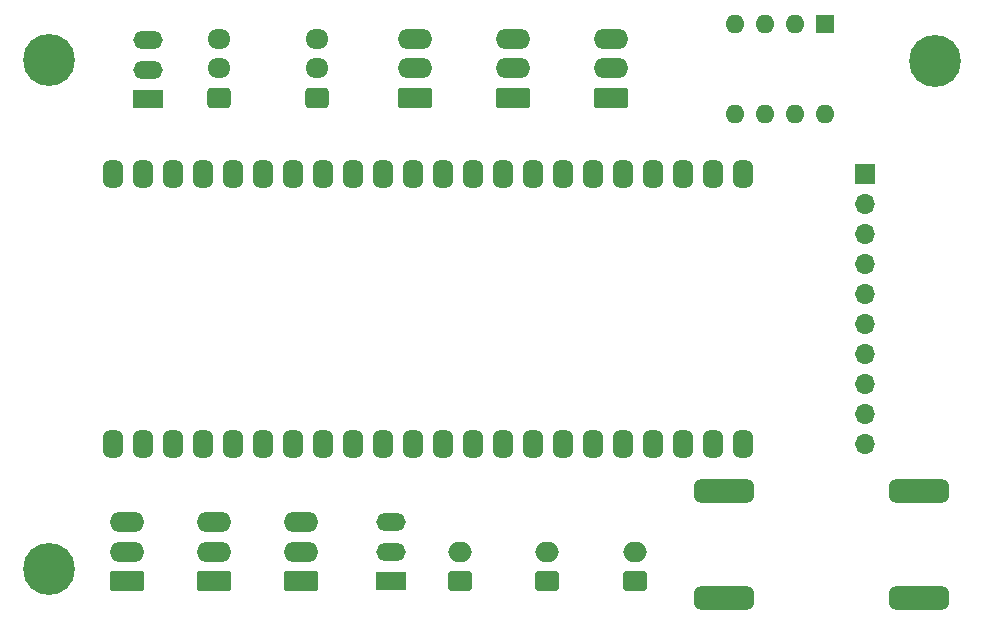
<source format=gbr>
%TF.GenerationSoftware,KiCad,Pcbnew,8.0.2*%
%TF.CreationDate,2024-06-06T18:17:57-04:00*%
%TF.ProjectId,MBARETECHmini,4d424152-4554-4454-9348-6d696e692e6b,rev?*%
%TF.SameCoordinates,Original*%
%TF.FileFunction,Soldermask,Top*%
%TF.FilePolarity,Negative*%
%FSLAX46Y46*%
G04 Gerber Fmt 4.6, Leading zero omitted, Abs format (unit mm)*
G04 Created by KiCad (PCBNEW 8.0.2) date 2024-06-06 18:17:57*
%MOMM*%
%LPD*%
G01*
G04 APERTURE LIST*
G04 Aperture macros list*
%AMRoundRect*
0 Rectangle with rounded corners*
0 $1 Rounding radius*
0 $2 $3 $4 $5 $6 $7 $8 $9 X,Y pos of 4 corners*
0 Add a 4 corners polygon primitive as box body*
4,1,4,$2,$3,$4,$5,$6,$7,$8,$9,$2,$3,0*
0 Add four circle primitives for the rounded corners*
1,1,$1+$1,$2,$3*
1,1,$1+$1,$4,$5*
1,1,$1+$1,$6,$7*
1,1,$1+$1,$8,$9*
0 Add four rect primitives between the rounded corners*
20,1,$1+$1,$2,$3,$4,$5,0*
20,1,$1+$1,$4,$5,$6,$7,0*
20,1,$1+$1,$6,$7,$8,$9,0*
20,1,$1+$1,$8,$9,$2,$3,0*%
G04 Aperture macros list end*
%ADD10RoundRect,0.566667X-0.300333X0.585333X-0.300333X-0.585333X0.300333X-0.585333X0.300333X0.585333X0*%
%ADD11O,2.000000X1.700000*%
%ADD12RoundRect,0.250000X0.750000X-0.600000X0.750000X0.600000X-0.750000X0.600000X-0.750000X-0.600000X0*%
%ADD13O,1.950000X1.700000*%
%ADD14RoundRect,0.250000X0.725000X-0.600000X0.725000X0.600000X-0.725000X0.600000X-0.725000X-0.600000X0*%
%ADD15O,2.925000X1.700000*%
%ADD16RoundRect,0.250000X1.212500X-0.600000X1.212500X0.600000X-1.212500X0.600000X-1.212500X-0.600000X0*%
%ADD17R,1.600000X1.600000*%
%ADD18O,1.600000X1.600000*%
%ADD19C,4.400000*%
%ADD20R,2.500000X1.500000*%
%ADD21O,2.500000X1.500000*%
%ADD22R,1.700000X1.700000*%
%ADD23O,1.700000X1.700000*%
%ADD24RoundRect,0.688976X-1.851024X-0.361024X1.851024X-0.361024X1.851024X0.361024X-1.851024X0.361024X0*%
G04 APERTURE END LIST*
D10*
%TO.C,U1*%
X205620000Y-77600000D03*
X203080000Y-77600000D03*
X200540000Y-77600000D03*
X198000000Y-77600000D03*
X195460000Y-77600000D03*
X192920000Y-77600000D03*
X190380000Y-77600000D03*
X187840000Y-77600000D03*
X185300000Y-77600000D03*
X182760000Y-77600000D03*
X180220000Y-77600000D03*
X177680000Y-77600000D03*
X175140000Y-77600000D03*
X172600000Y-77600000D03*
X170060000Y-77600000D03*
X167520000Y-77600000D03*
X164980000Y-77600000D03*
X162440000Y-77600000D03*
X159900000Y-77600000D03*
X157360000Y-77600000D03*
X154820000Y-77600000D03*
X152280000Y-77600000D03*
X205620000Y-100460000D03*
X203080000Y-100460000D03*
X200540000Y-100460000D03*
X198000000Y-100460000D03*
X195460000Y-100460000D03*
X192920000Y-100460000D03*
X190380000Y-100460000D03*
X187840000Y-100460000D03*
X185300000Y-100460000D03*
X182760000Y-100460000D03*
X180220000Y-100460000D03*
X177680000Y-100460000D03*
X175140000Y-100460000D03*
X172600000Y-100460000D03*
X170060000Y-100460000D03*
X167520000Y-100460000D03*
X164980000Y-100460000D03*
X162440000Y-100460000D03*
X159900000Y-100460000D03*
X157360000Y-100460000D03*
X154820000Y-100460000D03*
X152280000Y-100460000D03*
%TD*%
D11*
%TO.C,Battery1*%
X196475000Y-109600000D03*
D12*
X196475000Y-112100000D03*
%TD*%
D13*
%TO.C,MA1*%
X161300000Y-66190000D03*
X161300000Y-68690000D03*
D14*
X161300000Y-71190000D03*
%TD*%
D15*
%TO.C,LS1*%
X194485000Y-66190000D03*
X194485000Y-68690000D03*
D16*
X194485000Y-71190000D03*
%TD*%
D17*
%TO.C,DIP1*%
X212600000Y-64932500D03*
D18*
X210060000Y-64932500D03*
X207520000Y-64932500D03*
X204980000Y-64932500D03*
X204980000Y-72552500D03*
X207520000Y-72552500D03*
X210060000Y-72552500D03*
X212600000Y-72552500D03*
%TD*%
D19*
%TO.C,*%
X221920000Y-68049999D03*
%TD*%
%TO.C,*%
X146919999Y-111049999D03*
%TD*%
D20*
%TO.C,SW1*%
X155300000Y-71300000D03*
D21*
X155300000Y-68800000D03*
X155300000Y-66300000D03*
%TD*%
D13*
%TO.C,MB1*%
X169600000Y-66190000D03*
X169600000Y-68690000D03*
D14*
X169600000Y-71190000D03*
%TD*%
D11*
%TO.C,MotorA1*%
X181690000Y-109600000D03*
D12*
X181690000Y-112100000D03*
%TD*%
D16*
%TO.C,IR3*%
X168260000Y-112100000D03*
D15*
X168260000Y-109600000D03*
X168260000Y-107100000D03*
%TD*%
D22*
%TO.C,IMU1*%
X215960000Y-77630000D03*
D23*
X215960000Y-80170000D03*
X215960000Y-82710000D03*
X215960000Y-85250000D03*
X215960000Y-87790000D03*
X215960000Y-90330000D03*
X215960000Y-92870000D03*
X215960000Y-95410000D03*
X215960000Y-97950000D03*
X215960000Y-100490000D03*
%TD*%
D24*
%TO.C,BUCK1*%
X204030000Y-113500000D03*
X204030000Y-104500000D03*
X220570000Y-113500000D03*
X220570000Y-104500000D03*
%TD*%
D15*
%TO.C,LS2*%
X186200000Y-66190000D03*
X186200000Y-68690000D03*
D16*
X186200000Y-71190000D03*
%TD*%
D11*
%TO.C,MotorB1*%
X189082500Y-109600000D03*
D12*
X189082500Y-112100000D03*
%TD*%
D15*
%TO.C,IR1*%
X153475000Y-107100000D03*
X153475000Y-109600000D03*
D16*
X153475000Y-112100000D03*
%TD*%
D15*
%TO.C,KS1*%
X177900000Y-66190000D03*
X177900000Y-68690000D03*
D16*
X177900000Y-71190000D03*
%TD*%
%TO.C,IR2*%
X160867500Y-112100000D03*
D15*
X160867500Y-109600000D03*
X160867500Y-107100000D03*
%TD*%
D19*
%TO.C,*%
X146920000Y-68000000D03*
%TD*%
D20*
%TO.C,SW2*%
X175797500Y-112100000D03*
D21*
X175797500Y-109600000D03*
X175797500Y-107100000D03*
%TD*%
M02*

</source>
